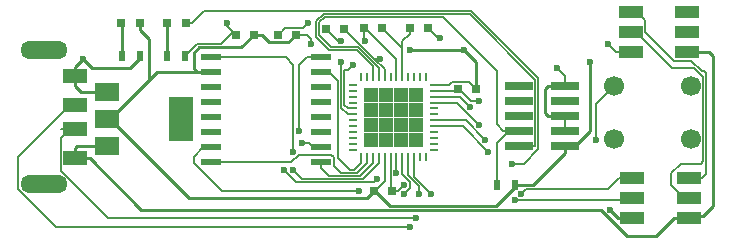
<source format=gbr>
G04 #@! TF.GenerationSoftware,KiCad,Pcbnew,5.1.4+dfsg1-1*
G04 #@! TF.CreationDate,2019-12-28T11:26:46-06:00*
G04 #@! TF.ProjectId,oxidized_flash,6f786964-697a-4656-945f-666c6173682e,rev?*
G04 #@! TF.SameCoordinates,Original*
G04 #@! TF.FileFunction,Copper,L1,Top*
G04 #@! TF.FilePolarity,Positive*
%FSLAX46Y46*%
G04 Gerber Fmt 4.6, Leading zero omitted, Abs format (unit mm)*
G04 Created by KiCad (PCBNEW 5.1.4+dfsg1-1) date 2019-12-28 11:26:46*
%MOMM*%
%LPD*%
G04 APERTURE LIST*
%ADD10R,2.000000X1.500000*%
%ADD11R,2.000000X3.800000*%
%ADD12R,2.000000X1.100000*%
%ADD13R,1.800000X0.500000*%
%ADD14R,2.000000X1.200000*%
%ADD15O,4.000000X1.500000*%
%ADD16R,0.800000X0.750000*%
%ADD17R,0.800000X0.800000*%
%ADD18R,2.400000X0.740000*%
%ADD19R,0.500000X0.900000*%
%ADD20C,1.700000*%
%ADD21R,1.287500X1.287500*%
%ADD22R,0.250000X0.700000*%
%ADD23R,0.700000X0.250000*%
%ADD24C,0.600000*%
%ADD25C,0.127000*%
%ADD26C,0.250000*%
G04 APERTURE END LIST*
D10*
X32766000Y-28942000D03*
X32766000Y-33542000D03*
X32766000Y-31242000D03*
D11*
X39066000Y-31242000D03*
D12*
X77242000Y-36224000D03*
X77242000Y-37924000D03*
X77242000Y-39624000D03*
X82042000Y-39624000D03*
X82042000Y-37924000D03*
X82042000Y-36224000D03*
D13*
X50878000Y-31115000D03*
X50878000Y-29845000D03*
X50878000Y-27305000D03*
X50878000Y-28575000D03*
X50878000Y-26035000D03*
X50878000Y-32385000D03*
X50878000Y-34925000D03*
X50878000Y-33655000D03*
X41578000Y-33655000D03*
X41578000Y-34925000D03*
X41578000Y-32385000D03*
X41578000Y-26035000D03*
X41578000Y-28575000D03*
X41578000Y-27305000D03*
X41578000Y-29845000D03*
X41578000Y-31115000D03*
D12*
X77102000Y-22176000D03*
X77102000Y-23876000D03*
X77102000Y-25576000D03*
X81902000Y-25576000D03*
X81902000Y-23876000D03*
X81902000Y-22176000D03*
D14*
X30032000Y-34600000D03*
X30032000Y-32100000D03*
X30032000Y-30100000D03*
X30032000Y-27600000D03*
D15*
X27432000Y-36800000D03*
X27432000Y-25400000D03*
D16*
X56896000Y-37338000D03*
X55396000Y-37338000D03*
X64008000Y-28702000D03*
X62508000Y-28702000D03*
X56049001Y-23529001D03*
X54549001Y-23529001D03*
X47268000Y-24130000D03*
X48768000Y-24130000D03*
X59899001Y-23529001D03*
X58399001Y-23529001D03*
X52808000Y-23622000D03*
X51308000Y-23622000D03*
D17*
X39408000Y-23114000D03*
X37808000Y-23114000D03*
X33960000Y-23114000D03*
X35560000Y-23114000D03*
D18*
X67646000Y-28448000D03*
X71546000Y-28448000D03*
X67646000Y-29718000D03*
X71546000Y-29718000D03*
X67646000Y-30988000D03*
X71546000Y-30988000D03*
X67646000Y-32258000D03*
X71546000Y-32258000D03*
X67646000Y-33528000D03*
X71546000Y-33528000D03*
D19*
X39370000Y-25908000D03*
X37870000Y-25908000D03*
X35560000Y-25908000D03*
X34060000Y-25908000D03*
X67298000Y-36830000D03*
X65798000Y-36830000D03*
D20*
X75692000Y-28448000D03*
X82192000Y-28448000D03*
X75692000Y-32948000D03*
X82192000Y-32948000D03*
D21*
X55083000Y-29192500D03*
X55083000Y-30480000D03*
X55083000Y-31767500D03*
X55083000Y-33055000D03*
X56370500Y-29192500D03*
X56370500Y-30480000D03*
X56370500Y-31767500D03*
X56370500Y-33055000D03*
X57658000Y-29192500D03*
X57658000Y-30480000D03*
X57658000Y-31767500D03*
X57658000Y-33055000D03*
X58945500Y-29192500D03*
X58945500Y-30480000D03*
X58945500Y-31767500D03*
X58945500Y-33055000D03*
D22*
X54264250Y-27723750D03*
X54764250Y-27723750D03*
X55264250Y-27723750D03*
X55764250Y-27723750D03*
X56264250Y-27723750D03*
X56764250Y-27723750D03*
X57264250Y-27723750D03*
X57764250Y-27723750D03*
X58264250Y-27723750D03*
X58764250Y-27723750D03*
X59264250Y-27723750D03*
X59764250Y-27723750D03*
D23*
X60414250Y-28373750D03*
X60414250Y-28873750D03*
X60414250Y-29373750D03*
X60414250Y-29873750D03*
X60414250Y-30373750D03*
X60414250Y-30873750D03*
X60414250Y-31373750D03*
X60414250Y-31873750D03*
X60414250Y-32373750D03*
X60414250Y-32873750D03*
X60414250Y-33373750D03*
X60414250Y-33873750D03*
D22*
X59764250Y-34523750D03*
X59264250Y-34523750D03*
X58764250Y-34523750D03*
X58264250Y-34523750D03*
X57764250Y-34523750D03*
X57264250Y-34523750D03*
X56764250Y-34523750D03*
X56264250Y-34523750D03*
X55764250Y-34523750D03*
X55264250Y-34523750D03*
X54764250Y-34523750D03*
X54264250Y-34523750D03*
D23*
X53614250Y-33873750D03*
X53614250Y-33373750D03*
X53614250Y-32873750D03*
X53614250Y-32373750D03*
X53614250Y-31873750D03*
X53614250Y-31373750D03*
X53614250Y-30873750D03*
X53614250Y-30373750D03*
X53614250Y-29873750D03*
X53614250Y-29373750D03*
X53614250Y-28873750D03*
X53614250Y-28373750D03*
D16*
X45212000Y-24130000D03*
X43712000Y-24130000D03*
D24*
X70866000Y-26924000D03*
X60960000Y-24384000D03*
X57912000Y-36830000D03*
X52578000Y-24638000D03*
X49784000Y-23114000D03*
X30734000Y-26162000D03*
X54610000Y-24638000D03*
X64262000Y-29718000D03*
X75347522Y-38952478D03*
X49276000Y-33274000D03*
X53594000Y-26670000D03*
X42926000Y-23114000D03*
X75184000Y-24892000D03*
X73660000Y-26416000D03*
X62992000Y-25400000D03*
X58420000Y-25400000D03*
X55880000Y-26162000D03*
X52578000Y-26416000D03*
X50038000Y-24892000D03*
X67056000Y-35052000D03*
X65024000Y-34036000D03*
X59182000Y-37592000D03*
X67834520Y-37596602D03*
X67310000Y-38100000D03*
X60198000Y-37592000D03*
X64262000Y-31750000D03*
X58934068Y-39617932D03*
X63500000Y-30226000D03*
X58420000Y-40386000D03*
X64770000Y-33020000D03*
X74168000Y-33020000D03*
X57912000Y-37592000D03*
X54102000Y-37338000D03*
X57254750Y-35814000D03*
X55626000Y-36322000D03*
X47752000Y-35591999D03*
X49004500Y-32258000D03*
X48514000Y-34036000D03*
X48514000Y-35591999D03*
D25*
X56764250Y-37206250D02*
X56896000Y-37338000D01*
X56764250Y-34523750D02*
X56764250Y-37206250D01*
X71546000Y-28448000D02*
X71546000Y-27604000D01*
X71546000Y-27604000D02*
X70866000Y-26924000D01*
X71546000Y-32258000D02*
X71546000Y-30988000D01*
X71546000Y-30988000D02*
X70716000Y-30988000D01*
X60779000Y-24384000D02*
X60960000Y-24384000D01*
X59899001Y-23529001D02*
X59924001Y-23529001D01*
X59924001Y-23529001D02*
X60779000Y-24384000D01*
X56896000Y-37338000D02*
X57404000Y-37338000D01*
X57404000Y-37338000D02*
X57912000Y-36830000D01*
X52349000Y-24638000D02*
X52578000Y-24638000D01*
X51308000Y-23622000D02*
X51333000Y-23622000D01*
X51333000Y-23622000D02*
X52349000Y-24638000D01*
X42418000Y-24892000D02*
X43440000Y-23870000D01*
X40386000Y-24892000D02*
X42436000Y-24892000D01*
X47293000Y-24130000D02*
X47268000Y-24130000D01*
X47858501Y-23564499D02*
X47293000Y-24130000D01*
X49320401Y-23564499D02*
X47858501Y-23564499D01*
X52832009Y-30068509D02*
X52832009Y-27076107D01*
X53137250Y-30373750D02*
X52832009Y-30068509D01*
X53614250Y-30373750D02*
X53137250Y-30373750D01*
X49320401Y-23564499D02*
X49333501Y-23564499D01*
X49333501Y-23564499D02*
X49784000Y-23114000D01*
D26*
X30032000Y-27600000D02*
X30032000Y-26864000D01*
X30032000Y-26864000D02*
X30734000Y-26162000D01*
D25*
X62336250Y-28873750D02*
X62508000Y-28702000D01*
X60414250Y-28873750D02*
X62336250Y-28873750D01*
X57264250Y-27246750D02*
X57264250Y-27723750D01*
X57264250Y-26219250D02*
X57264250Y-27246750D01*
X54574001Y-23529001D02*
X57264250Y-26219250D01*
X54549001Y-23529001D02*
X54574001Y-23529001D01*
X54549001Y-23529001D02*
X54549001Y-24577001D01*
X54549001Y-24577001D02*
X54610000Y-24638000D01*
X63549000Y-29718000D02*
X64262000Y-29718000D01*
X62508000Y-28702000D02*
X62533000Y-28702000D01*
X62533000Y-28702000D02*
X63549000Y-29718000D01*
D26*
X77242000Y-39624000D02*
X76019044Y-39624000D01*
X76019044Y-39624000D02*
X75347522Y-38952478D01*
X70096000Y-28448000D02*
X71546000Y-28448000D01*
X69850000Y-30742000D02*
X69850000Y-28694000D01*
X69850000Y-28694000D02*
X70096000Y-28448000D01*
X70096000Y-30988000D02*
X69850000Y-30742000D01*
X71546000Y-30988000D02*
X70096000Y-30988000D01*
X30032000Y-28450000D02*
X30032000Y-27600000D01*
X30524000Y-28942000D02*
X30032000Y-28450000D01*
X32766000Y-28942000D02*
X30524000Y-28942000D01*
D25*
X40386000Y-24892000D02*
X39370000Y-25908000D01*
D26*
X35560000Y-26108000D02*
X35560000Y-25908000D01*
X34744000Y-26924000D02*
X35560000Y-26108000D01*
X31496000Y-26924000D02*
X34744000Y-26924000D01*
X30734000Y-26162000D02*
X31496000Y-26924000D01*
D25*
X50878000Y-33655000D02*
X50228000Y-33655000D01*
X49847000Y-33274000D02*
X49276000Y-33274000D01*
X50228000Y-33655000D02*
X49847000Y-33274000D01*
X52832009Y-27076107D02*
X53187893Y-27076107D01*
X53187893Y-27076107D02*
X53594000Y-26670000D01*
X42926000Y-23369000D02*
X42926000Y-23114000D01*
X43712000Y-24130000D02*
X43687000Y-24130000D01*
X43687000Y-24130000D02*
X42926000Y-23369000D01*
X77102000Y-25576000D02*
X75868000Y-25576000D01*
X75868000Y-25576000D02*
X75184000Y-24892000D01*
X55421000Y-37338000D02*
X55396000Y-37338000D01*
X56264250Y-36494750D02*
X55421000Y-37338000D01*
X56264250Y-34523750D02*
X56264250Y-36494750D01*
X52833000Y-23622000D02*
X52808000Y-23622000D01*
X56264250Y-27723750D02*
X56264250Y-27053250D01*
D26*
X55421000Y-37338000D02*
X56691000Y-38608000D01*
X65720000Y-38608000D02*
X67298000Y-37030000D01*
X67298000Y-37030000D02*
X67298000Y-36830000D01*
X56691000Y-38608000D02*
X65720000Y-38608000D01*
X71546000Y-34148000D02*
X71546000Y-33528000D01*
X68864000Y-36830000D02*
X71546000Y-34148000D01*
X67298000Y-36830000D02*
X68864000Y-36830000D01*
X72376000Y-33528000D02*
X73660000Y-32244000D01*
X71546000Y-33528000D02*
X72376000Y-33528000D01*
X73660000Y-32244000D02*
X73660000Y-26416000D01*
X62992000Y-25400000D02*
X58420000Y-25400000D01*
X55880000Y-26162000D02*
X55879500Y-26161500D01*
D25*
X55373000Y-26162000D02*
X55372500Y-26161500D01*
X55880000Y-26162000D02*
X55373000Y-26162000D01*
X56264250Y-27053250D02*
X55372500Y-26161500D01*
X55372500Y-26161500D02*
X52833000Y-23622000D01*
X53137250Y-30873750D02*
X52578000Y-30314500D01*
X53614250Y-30873750D02*
X53137250Y-30873750D01*
X52578000Y-30314500D02*
X52578000Y-27413000D01*
D26*
X45862000Y-24130000D02*
X45212000Y-24130000D01*
X46489001Y-24757001D02*
X45862000Y-24130000D01*
X48743000Y-24130000D02*
X48115999Y-24757001D01*
X48115999Y-24757001D02*
X46489001Y-24757001D01*
X48768000Y-24130000D02*
X48743000Y-24130000D01*
X55371000Y-37338000D02*
X55396000Y-37338000D01*
X54743999Y-37965001D02*
X55371000Y-37338000D01*
D25*
X63417499Y-28136499D02*
X63983000Y-28702000D01*
X61955599Y-28136499D02*
X63417499Y-28136499D01*
X61718348Y-28373750D02*
X61955599Y-28136499D01*
X60414250Y-28373750D02*
X61718348Y-28373750D01*
X63983000Y-28702000D02*
X64008000Y-28702000D01*
D26*
X64008000Y-26416000D02*
X62992000Y-25400000D01*
X64008000Y-28702000D02*
X64008000Y-26416000D01*
X33016000Y-31242000D02*
X36322000Y-27936000D01*
X36322000Y-24526000D02*
X35560000Y-23764000D01*
X36322000Y-27936000D02*
X36322000Y-24526000D01*
X35560000Y-23764000D02*
X35560000Y-23114000D01*
X36322000Y-27936000D02*
X36326000Y-27936000D01*
X36957000Y-27305000D02*
X41578000Y-27305000D01*
X36326000Y-27936000D02*
X36957000Y-27305000D01*
X41578000Y-27305000D02*
X40928000Y-27305000D01*
X40428000Y-27305000D02*
X40132000Y-27009000D01*
X40132000Y-27009000D02*
X40132000Y-26416000D01*
X41578000Y-27305000D02*
X40428000Y-27305000D01*
X40132000Y-26802999D02*
X40132000Y-26416000D01*
X40578490Y-25207510D02*
X44109490Y-25207510D01*
X44109490Y-25207510D02*
X45187000Y-24130000D01*
X40132000Y-25654000D02*
X40578490Y-25207510D01*
X45187000Y-24130000D02*
X45212000Y-24130000D01*
X40132000Y-26416000D02*
X40132000Y-25654000D01*
D25*
X52578000Y-27413000D02*
X52578000Y-26416000D01*
X49700264Y-24130000D02*
X48768000Y-24130000D01*
X50038000Y-24467736D02*
X49700264Y-24130000D01*
X50038000Y-24892000D02*
X50038000Y-24467736D01*
D26*
X41161001Y-37965001D02*
X41521001Y-37965001D01*
X39739001Y-37965001D02*
X41521001Y-37965001D01*
X33016000Y-31242000D02*
X39739001Y-37965001D01*
X32766000Y-31242000D02*
X33016000Y-31242000D01*
X41521001Y-37965001D02*
X54743999Y-37965001D01*
D25*
X58399001Y-24031001D02*
X57764250Y-24665752D01*
X58399001Y-23529001D02*
X58399001Y-24031001D01*
X57764250Y-27246750D02*
X57764250Y-27723750D01*
X57764250Y-25219250D02*
X57764250Y-25506250D01*
X56074001Y-23529001D02*
X57764250Y-25219250D01*
X56049001Y-23529001D02*
X56074001Y-23529001D01*
X57764250Y-24665752D02*
X57764250Y-25506250D01*
X57764250Y-25506250D02*
X57764250Y-27246750D01*
X68034902Y-35052000D02*
X67056000Y-35052000D01*
X69290511Y-33796391D02*
X68034902Y-35052000D01*
X40951019Y-22097981D02*
X63568107Y-22097981D01*
X39935000Y-23114000D02*
X40951019Y-22097981D01*
X39408000Y-23114000D02*
X39935000Y-23114000D01*
X69290511Y-27820385D02*
X69290511Y-33796391D01*
X63568107Y-22097981D02*
X69290511Y-27820385D01*
X62861750Y-31873750D02*
X60414250Y-31873750D01*
X65024000Y-34036000D02*
X62861750Y-31873750D01*
D26*
X37870000Y-23176000D02*
X37808000Y-23114000D01*
X37870000Y-25908000D02*
X37870000Y-23176000D01*
D25*
X59182000Y-37592000D02*
X59182000Y-36935224D01*
X59182000Y-36935224D02*
X58264250Y-36017474D01*
X58264250Y-36017474D02*
X58264250Y-35000750D01*
X58264250Y-35000750D02*
X58264250Y-34523750D01*
X68247623Y-37183499D02*
X75155501Y-37183499D01*
X76115000Y-36224000D02*
X77242000Y-36224000D01*
X75155501Y-37183499D02*
X76115000Y-36224000D01*
X67834520Y-37596602D02*
X68247623Y-37183499D01*
X83169000Y-36224000D02*
X83504480Y-35888520D01*
X82042000Y-36224000D02*
X83169000Y-36224000D01*
X83504480Y-35888520D02*
X83504480Y-27370480D01*
X83504480Y-27370480D02*
X83312000Y-27178000D01*
X77552000Y-22176000D02*
X77102000Y-22176000D01*
X78292501Y-22916501D02*
X77552000Y-22176000D01*
X78292501Y-23859403D02*
X78292501Y-22916501D01*
X80749599Y-26316501D02*
X78292501Y-23859403D01*
X82240195Y-26316501D02*
X80749599Y-26316501D01*
X83101694Y-27178000D02*
X82240195Y-26316501D01*
X83312000Y-27178000D02*
X83101694Y-27178000D01*
X82888000Y-38100000D02*
X82638000Y-38100000D01*
X80518000Y-35855098D02*
X80518000Y-36850000D01*
X83058000Y-35052000D02*
X81321098Y-35052000D01*
X81592000Y-37924000D02*
X82042000Y-37924000D01*
X83250470Y-34859530D02*
X83058000Y-35052000D01*
X83250470Y-27686000D02*
X83250470Y-34859530D01*
X77102000Y-23876000D02*
X77552000Y-23876000D01*
X77552000Y-23876000D02*
X80600000Y-26924000D01*
X80518000Y-36850000D02*
X81592000Y-37924000D01*
X81321098Y-35052000D02*
X80518000Y-35855098D01*
X80600000Y-26924000D02*
X82488470Y-26924000D01*
X82488470Y-26924000D02*
X83250470Y-27686000D01*
D26*
X31282000Y-34600000D02*
X35682000Y-39000000D01*
X30032000Y-34600000D02*
X31186000Y-34600000D01*
X31186000Y-34600000D02*
X31282000Y-34600000D01*
X74614398Y-39000000D02*
X76762398Y-41148000D01*
X35682000Y-39000000D02*
X74614398Y-39000000D01*
X80792000Y-39624000D02*
X82042000Y-39624000D01*
X79268000Y-41148000D02*
X80792000Y-39624000D01*
X76762398Y-41148000D02*
X79268000Y-41148000D01*
X82352000Y-25576000D02*
X81902000Y-25576000D01*
X84074000Y-25908000D02*
X83742000Y-25576000D01*
X83239601Y-39502001D02*
X84074000Y-38667602D01*
X83742000Y-25576000D02*
X81902000Y-25576000D01*
X84074000Y-38667602D02*
X84074000Y-25908000D01*
X30240000Y-33542000D02*
X31516000Y-33542000D01*
X31516000Y-33542000D02*
X32766000Y-33542000D01*
X30032000Y-33750000D02*
X30240000Y-33542000D01*
X30032000Y-34600000D02*
X30032000Y-33750000D01*
X82163999Y-39502001D02*
X82042000Y-39624000D01*
X83239601Y-39502001D02*
X82163999Y-39502001D01*
D25*
X58764250Y-36158250D02*
X58764250Y-34523750D01*
X60198000Y-37592000D02*
X58764250Y-36158250D01*
X77066000Y-38100000D02*
X77242000Y-37924000D01*
X67310000Y-38100000D02*
X77066000Y-38100000D01*
D26*
X34060000Y-23214000D02*
X33960000Y-23114000D01*
X34060000Y-25908000D02*
X34060000Y-23214000D01*
D25*
X62385750Y-29873750D02*
X60414250Y-29873750D01*
X64262000Y-31750000D02*
X62385750Y-29873750D01*
X28905000Y-32100000D02*
X30032000Y-32100000D01*
X29632000Y-32100000D02*
X30032000Y-32100000D01*
X28841499Y-32890501D02*
X29632000Y-32100000D01*
X28841499Y-35629418D02*
X28841499Y-32890501D01*
X32830013Y-39617932D02*
X28841499Y-35629418D01*
X58934068Y-39617932D02*
X32830013Y-39617932D01*
X63500000Y-30226000D02*
X62647750Y-29373750D01*
X62647750Y-29373750D02*
X60414250Y-29373750D01*
X25241490Y-34490510D02*
X29632000Y-30100000D01*
X25241490Y-37189571D02*
X25241490Y-34490510D01*
X29632000Y-30100000D02*
X30032000Y-30100000D01*
X28437919Y-40386000D02*
X25241490Y-37189571D01*
X58420000Y-40386000D02*
X28437919Y-40386000D01*
X66319000Y-32258000D02*
X65786000Y-31725000D01*
X67646000Y-32258000D02*
X66319000Y-32258000D01*
X65786000Y-31725000D02*
X65786000Y-27178000D01*
X65786000Y-27178000D02*
X61214000Y-22606000D01*
X51714098Y-25146000D02*
X53997776Y-25146000D01*
X50717499Y-24149401D02*
X51714098Y-25146000D01*
X50717499Y-23094599D02*
X50717499Y-24149401D01*
X61214000Y-22606000D02*
X51206098Y-22606000D01*
X51206098Y-22606000D02*
X50717499Y-23094599D01*
X55764250Y-26912474D02*
X55764250Y-27723750D01*
X53997776Y-25146000D02*
X55764250Y-26912474D01*
X66816000Y-32258000D02*
X67646000Y-32258000D01*
X65798000Y-33276000D02*
X66816000Y-32258000D01*
X65798000Y-36830000D02*
X65798000Y-33276000D01*
X53892562Y-25400010D02*
X55264250Y-26771698D01*
X51562010Y-25400010D02*
X53892562Y-25400010D01*
X50463489Y-24301479D02*
X51562010Y-25400000D01*
X63462892Y-22351990D02*
X51100884Y-22351990D01*
X50463489Y-22989385D02*
X50463489Y-24301489D01*
X51100884Y-22351990D02*
X50463489Y-22989385D01*
X69036501Y-27925599D02*
X63462892Y-22351990D01*
X69036501Y-33464499D02*
X69036501Y-27925599D01*
X68973000Y-33528000D02*
X69036501Y-33464499D01*
X55264250Y-26771698D02*
X55264250Y-27723750D01*
X67646000Y-33528000D02*
X68973000Y-33528000D01*
X60414250Y-31373750D02*
X63123750Y-31373750D01*
X63123750Y-31373750D02*
X64770000Y-33020000D01*
X74168000Y-29972000D02*
X75692000Y-28448000D01*
X74168000Y-33020000D02*
X74168000Y-29972000D01*
X58402501Y-37101499D02*
X57912000Y-37592000D01*
X58402501Y-36594559D02*
X58402501Y-37101499D01*
X57764250Y-34523750D02*
X57764250Y-35956308D01*
X57764250Y-35956308D02*
X58402501Y-36594559D01*
X40928000Y-33655000D02*
X41578000Y-33655000D01*
X40132000Y-34971902D02*
X40132000Y-34451000D01*
X40132000Y-34451000D02*
X40928000Y-33655000D01*
X42498098Y-37338000D02*
X40132000Y-34971902D01*
X54102000Y-37338000D02*
X42498098Y-37338000D01*
X57264250Y-34523750D02*
X57264250Y-35804500D01*
X57264250Y-35804500D02*
X57254750Y-35814000D01*
X48782000Y-36621999D02*
X47752000Y-35591999D01*
X55626000Y-36322000D02*
X55326001Y-36621999D01*
X55326001Y-36621999D02*
X48782000Y-36621999D01*
X49004500Y-32258000D02*
X49004500Y-26687500D01*
X50840776Y-26035000D02*
X50859388Y-26053612D01*
X49004500Y-26687500D02*
X49657000Y-26035000D01*
X49657000Y-26035000D02*
X50840776Y-26035000D01*
X49244001Y-36322000D02*
X48514000Y-35591999D01*
X54102000Y-36322000D02*
X49244001Y-36322000D01*
X54443000Y-36322000D02*
X54102000Y-36322000D01*
X55764250Y-34523750D02*
X55764250Y-35000750D01*
X55764250Y-35000750D02*
X54443000Y-36322000D01*
X48514000Y-34036000D02*
X48514000Y-26670000D01*
X47879000Y-26035000D02*
X41578000Y-26035000D01*
X48514000Y-26670000D02*
X47879000Y-26035000D01*
X55264250Y-35000750D02*
X54197000Y-36068000D01*
X54197000Y-36068000D02*
X51547000Y-36068000D01*
X55264250Y-34523750D02*
X55264250Y-35000750D01*
X50878000Y-35399000D02*
X50878000Y-34925000D01*
X51547000Y-36068000D02*
X50878000Y-35399000D01*
X54764250Y-35000750D02*
X53951000Y-35814000D01*
X54764250Y-34523750D02*
X54764250Y-35000750D01*
X51968501Y-34522599D02*
X51735902Y-34290000D01*
X51968501Y-35204501D02*
X51968501Y-34522599D01*
X53951000Y-35814000D02*
X52578000Y-35814000D01*
X52578000Y-35814000D02*
X51968501Y-35204501D01*
X48350942Y-34925000D02*
X42605000Y-34925000D01*
X48985942Y-34290000D02*
X48350942Y-34925000D01*
X42605000Y-34925000D02*
X41578000Y-34925000D01*
X51735902Y-34290000D02*
X48985942Y-34290000D01*
X51528000Y-27305000D02*
X50878000Y-27305000D01*
X52306501Y-28083501D02*
X51528000Y-27305000D01*
X54264250Y-34523750D02*
X54264250Y-35000750D01*
X54264250Y-35000750D02*
X53705000Y-35560000D01*
X53340000Y-35560000D02*
X52306501Y-34526501D01*
X53705000Y-35560000D02*
X53340000Y-35560000D01*
X52306501Y-34526501D02*
X52306501Y-28083501D01*
M02*

</source>
